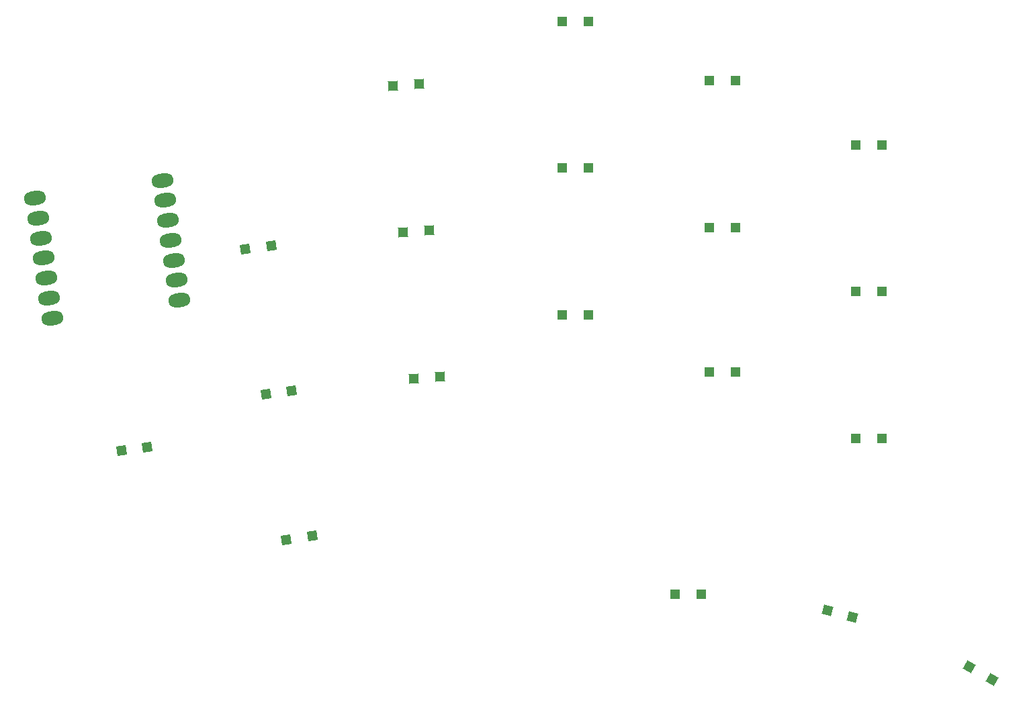
<source format=gtp>
G04 #@! TF.GenerationSoftware,KiCad,Pcbnew,(6.0.7-1)-1*
G04 #@! TF.CreationDate,2022-12-29T15:50:44-05:00*
G04 #@! TF.ProjectId,musubi,6d757375-6269-42e6-9b69-6361645f7063,rev?*
G04 #@! TF.SameCoordinates,Original*
G04 #@! TF.FileFunction,Paste,Top*
G04 #@! TF.FilePolarity,Positive*
%FSLAX46Y46*%
G04 Gerber Fmt 4.6, Leading zero omitted, Abs format (unit mm)*
G04 Created by KiCad (PCBNEW (6.0.7-1)-1) date 2022-12-29 15:50:44*
%MOMM*%
%LPD*%
G01*
G04 APERTURE LIST*
G04 Aperture macros list*
%AMHorizOval*
0 Thick line with rounded ends*
0 $1 width*
0 $2 $3 position (X,Y) of the first rounded end (center of the circle)*
0 $4 $5 position (X,Y) of the second rounded end (center of the circle)*
0 Add line between two ends*
20,1,$1,$2,$3,$4,$5,0*
0 Add two circle primitives to create the rounded ends*
1,1,$1,$2,$3*
1,1,$1,$4,$5*%
%AMRotRect*
0 Rectangle, with rotation*
0 The origin of the aperture is its center*
0 $1 length*
0 $2 width*
0 $3 Rotation angle, in degrees counterclockwise*
0 Add horizontal line*
21,1,$1,$2,0,0,$3*%
G04 Aperture macros list end*
%ADD10R,1.200000X1.200000*%
%ADD11RotRect,1.200000X1.200000X184.000000*%
%ADD12RotRect,1.200000X1.200000X188.000000*%
%ADD13HorizOval,1.800000X0.470377X0.066107X-0.470377X-0.066107X0*%
%ADD14HorizOval,1.800000X-0.470377X-0.066107X0.470377X0.066107X0*%
%ADD15RotRect,1.200000X1.200000X165.000000*%
%ADD16RotRect,1.200000X1.200000X150.000000*%
G04 APERTURE END LIST*
D10*
X156518354Y-97992001D03*
X153218354Y-97992001D03*
D11*
X119266958Y-98563325D03*
X115974996Y-98793521D03*
D10*
X137995055Y-53741968D03*
X134695055Y-53741968D03*
X174994979Y-69341961D03*
X171694979Y-69341961D03*
D12*
X103192815Y-118662399D03*
X99924931Y-119121671D03*
D10*
X174994977Y-87841952D03*
X171694977Y-87841952D03*
X138000019Y-90741977D03*
X134700019Y-90741977D03*
D11*
X116687190Y-61670736D03*
X113395228Y-61900932D03*
D13*
X68291633Y-76072762D03*
X68645133Y-78588043D03*
X68998633Y-81103324D03*
X69352132Y-83618605D03*
X69705632Y-86133886D03*
X70059132Y-88649167D03*
X70412631Y-91164448D03*
D14*
X86445071Y-88911236D03*
X86091571Y-86395955D03*
X85738071Y-83880674D03*
X85384572Y-81365393D03*
X85031072Y-78850112D03*
X84677572Y-76334831D03*
X84324073Y-73819550D03*
D10*
X174994972Y-106341952D03*
X171694972Y-106341952D03*
X156518351Y-79741990D03*
X153218351Y-79741990D03*
D15*
X171311027Y-128919012D03*
X168123471Y-128064910D03*
D12*
X98047575Y-82052032D03*
X94779691Y-82511304D03*
D11*
X117978899Y-80143123D03*
X114686937Y-80373319D03*
D10*
X152241715Y-126005779D03*
X148941715Y-126005779D03*
D16*
X188919518Y-136755632D03*
X186061634Y-135105632D03*
D10*
X156518352Y-61241986D03*
X153218352Y-61241986D03*
D12*
X100617422Y-100337502D03*
X97349538Y-100796774D03*
D10*
X137995033Y-72241982D03*
X134695033Y-72241982D03*
D12*
X82431713Y-107460173D03*
X79163829Y-107919445D03*
M02*

</source>
